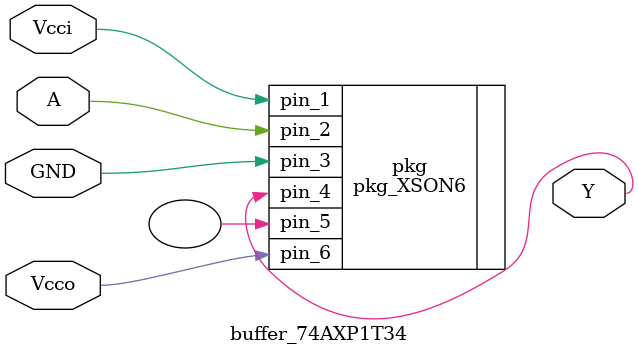
<source format=v>
module buffer_74AXP1T34 (GND, Vcci, Vcco, A, Y);

input GND, Vcci, Vcco;
input A;
output Y;

/* instantiate the package; the mapping of signals to pins is defined here */

pkg_XSON6 pkg  (.pin_1(Vcci),
		.pin_2(A),
		.pin_3(GND),
		.pin_4(Y),
		.pin_5(),	/* no connect */
		.pin_6(Vcco)
	);

endmodule

</source>
